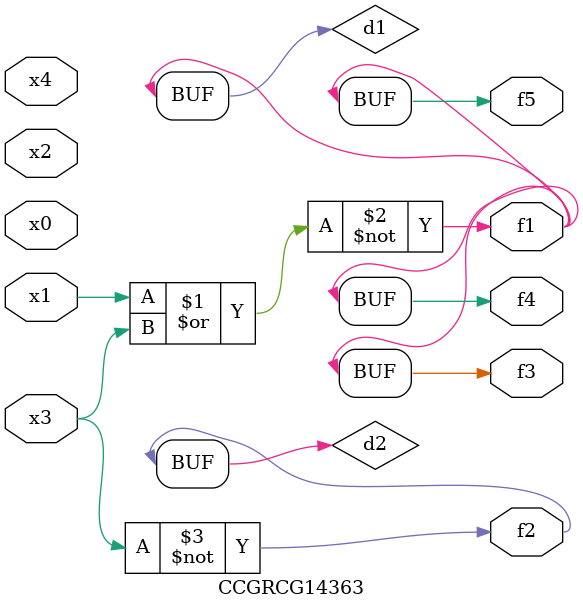
<source format=v>
module CCGRCG14363(
	input x0, x1, x2, x3, x4,
	output f1, f2, f3, f4, f5
);

	wire d1, d2;

	nor (d1, x1, x3);
	not (d2, x3);
	assign f1 = d1;
	assign f2 = d2;
	assign f3 = d1;
	assign f4 = d1;
	assign f5 = d1;
endmodule

</source>
